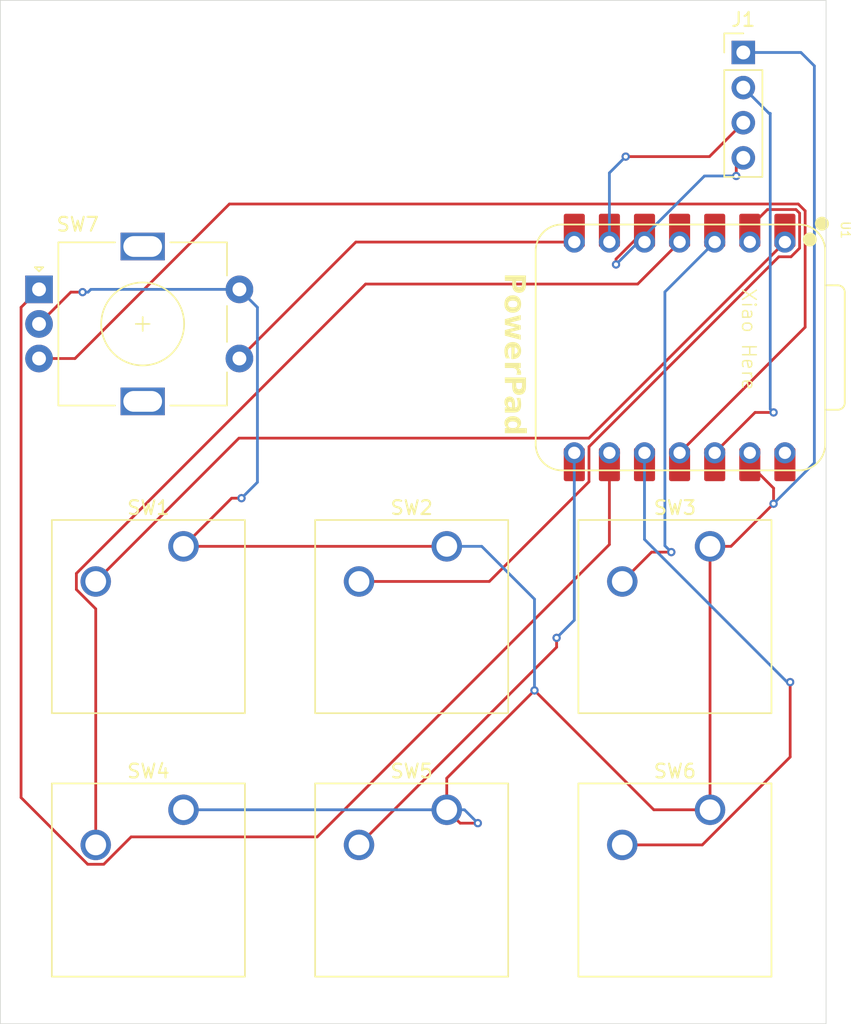
<source format=kicad_pcb>
(kicad_pcb (version 20241229) (generator "pcbnew") (generator_version "9.0")
  (layers (0 "F.Cu" signal) (2 "B.Cu" signal) (13 "F.Paste" user) (15 "B.Paste" user) (5 "F.SilkS" user "F.Silkscreen") (7 "B.SilkS" user "B.Silkscreen") (1 "F.Mask" user) (3 "B.Mask" user) (25 "Edge.Cuts" user))
  (net 0 "")
  (net 1 "GND")
  (net 2 "Net-(J1-Pin_2)")
  (net 3 "Net-(U1-GPIO2{slash}SCK)")
  (net 4 "Net-(J1-Pin_3)")
  (net 5 "Net-(U1-GPIO3{slash}MOSI)")
  (net 6 "/OLED_SDA")
  (net 7 "/SW_1")
  (net 8 "/SW_2")
  (net 9 "/SW_3")
  (net 10 "/SW_4")
  (net 11 "/SW_5")
  (net 12 "/SW_6")
  (net 13 "/RES_1")
  (footprint "Button_Switch_Keyboard:SW_Cherry_MX_1.00u_PCB" (layer "F.Cu") (at 102.5525 133.0325)
    (property "Reference" "SW5" (at -2.54 -2.794 0) (layer "F.SilkS"))
    (property "Value" "SW_Push")
    (fp_line (start -9.525 -1.905) (end 4.445 -1.905) (stroke (width 0.12)) (layer "F.SilkS"))
    (fp_line (start -9.525 12.065) (end -9.525 -1.905) (stroke (width 0.12)) (layer "F.SilkS"))
    (fp_line (start 4.445 -1.905) (end 4.445 12.065) (stroke (width 0.12)) (layer "F.SilkS"))
    (fp_line (start 4.445 12.065) (end -9.525 12.065) (stroke (width 0.12)) (layer "F.SilkS"))
    (pad "" np_thru_hole circle (at -7.62 5.08) (size 1.7 1.7) (drill 1.7) (layers "*.Cu" "*.Mask"))
    (pad "" np_thru_hole circle (at -2.54 5.08) (size 4 4) (drill 4) (layers "*.Cu" "*.Mask"))
    (pad "" np_thru_hole circle (at 2.54 5.08) (size 1.7 1.7) (drill 1.7) (layers "*.Cu" "*.Mask"))
    (pad "1" thru_hole circle (at 0 0) (size 2.2 2.2) (drill 1.5) (layers "*.Cu" "*.Mask") (net 1 "GND"))
    (pad "2" thru_hole circle (at -6.35 2.54) (size 2.2 2.2) (drill 1.5) (layers "*.Cu" "*.Mask") (net 11 "/SW_5"))
  )
  (footprint "Connector_PinHeader_2.54mm:PinHeader_1x04_P2.54mm_Vertical" (layer "F.Cu") (at 124.01 78.27)
    (property "Reference" "J1" (at 0 -2.38 0) (layer "F.SilkS"))
    (property "Value" "Conn_01x04_Pin")
    (fp_line (start -1.38 -1.38) (end 0 -1.38) (stroke (width 0.12)) (layer "F.SilkS"))
    (fp_line (start -1.38 0) (end -1.38 -1.38) (stroke (width 0.12)) (layer "F.SilkS"))
    (fp_line (start -1.38 1.27) (end -1.38 9) (stroke (width 0.12)) (layer "F.SilkS"))
    (fp_line (start -1.38 1.27) (end 1.38 1.27) (stroke (width 0.12)) (layer "F.SilkS"))
    (fp_line (start -1.38 9) (end 1.38 9) (stroke (width 0.12)) (layer "F.SilkS"))
    (fp_line (start 1.38 1.27) (end 1.38 9) (stroke (width 0.12)) (layer "F.SilkS"))
    (pad "1" thru_hole rect (at 0 0) (size 1.7 1.7) (drill 1) (layers "*.Cu" "*.Mask") (net 1 "GND"))
    (pad "2" thru_hole circle (at 0 2.54) (size 1.7 1.7) (drill 1) (layers "*.Cu" "*.Mask") (net 2 "Net-(J1-Pin_2)"))
    (pad "3" thru_hole circle (at 0 5.08) (size 1.7 1.7) (drill 1) (layers "*.Cu" "*.Mask") (net 4 "Net-(J1-Pin_3)"))
    (pad "4" thru_hole circle (at 0 7.62) (size 1.7 1.7) (drill 1) (layers "*.Cu" "*.Mask") (net 6 "/OLED_SDA"))
  )
  (footprint "Rotary_Encoder:RotaryEncoder_Alps_EC11E-Switch_Vertical_H20mm" (layer "F.Cu") (at 73.05 95.4)
    (property "Reference" "SW7" (at 2.8 -4.7 0) (layer "F.SilkS"))
    (property "Value" "RotaryEncoder_Switch")
    (fp_line (start -0.3 -1.6) (end 0.3 -1.6) (stroke (width 0.12)) (layer "F.SilkS"))
    (fp_line (start 0 -1.3) (end -0.3 -1.6) (stroke (width 0.12)) (layer "F.SilkS"))
    (fp_line (start 0.3 -1.6) (end 0 -1.3) (stroke (width 0.12)) (layer "F.SilkS"))
    (fp_line (start 1.4 -3.4) (end 1.4 8.4) (stroke (width 0.12)) (layer "F.SilkS"))
    (fp_line (start 5.5 -3.4) (end 1.4 -3.4) (stroke (width 0.12)) (layer "F.SilkS"))
    (fp_line (start 5.5 8.4) (end 1.4 8.4) (stroke (width 0.12)) (layer "F.SilkS"))
    (fp_line (start 7 2.5) (end 8 2.5) (stroke (width 0.12)) (layer "F.SilkS"))
    (fp_line (start 7.5 2) (end 7.5 3) (stroke (width 0.12)) (layer "F.SilkS"))
    (fp_line (start 9.5 -3.4) (end 13.6 -3.4) (stroke (width 0.12)) (layer "F.SilkS"))
    (fp_line (start 13.6 -3.4) (end 13.6 -1) (stroke (width 0.12)) (layer "F.SilkS"))
    (fp_line (start 13.6 1.2) (end 13.6 3.8) (stroke (width 0.12)) (layer "F.SilkS"))
    (fp_line (start 13.6 6) (end 13.6 8.4) (stroke (width 0.12)) (layer "F.SilkS"))
    (fp_line (start 13.6 8.4) (end 9.5 8.4) (stroke (width 0.12)) (layer "F.SilkS"))
    (fp_circle (center 7.5 2.5) (end 10.5 2.5) (stroke (width 0.12)) (fill no) (layer "F.SilkS"))
    (pad "A" thru_hole rect (at 0 0) (size 2 2) (drill 1) (layers "*.Cu" "*.Mask") (net 3 "Net-(U1-GPIO2{slash}SCK)"))
    (pad "B" thru_hole circle (at 0 5) (size 2 2) (drill 1) (layers "*.Cu" "*.Mask") (net 5 "Net-(U1-GPIO3{slash}MOSI)"))
    (pad "C" thru_hole circle (at 0 2.5) (size 2 2) (drill 1) (layers "*.Cu" "*.Mask") (net 1 "GND"))
    (pad "MP" thru_hole rect (at 7.5 -3.1) (size 3.2 2) (drill oval 2.8 1.5) (layers "*.Cu" "*.Mask"))
    (pad "MP" thru_hole rect (at 7.5 8.1) (size 3.2 2) (drill oval 2.8 1.5) (layers "*.Cu" "*.Mask"))
    (pad "S1" thru_hole circle (at 14.5 5) (size 2 2) (drill 1) (layers "*.Cu" "*.Mask") (net 13 "/RES_1"))
    (pad "S2" thru_hole circle (at 14.5 0) (size 2 2) (drill 1) (layers "*.Cu" "*.Mask") (net 1 "GND"))
  )
  (footprint "Button_Switch_Keyboard:SW_Cherry_MX_1.00u_PCB" (layer "F.Cu") (at 121.6025 113.9825)
    (property "Reference" "SW3" (at -2.54 -2.794 0) (layer "F.SilkS"))
    (property "Value" "SW_Push")
    (fp_line (start -9.525 -1.905) (end 4.445 -1.905) (stroke (width 0.12)) (layer "F.SilkS"))
    (fp_line (start -9.525 12.065) (end -9.525 -1.905) (stroke (width 0.12)) (layer "F.SilkS"))
    (fp_line (start 4.445 -1.905) (end 4.445 12.065) (stroke (width 0.12)) (layer "F.SilkS"))
    (fp_line (start 4.445 12.065) (end -9.525 12.065) (stroke (width 0.12)) (layer "F.SilkS"))
    (pad "" np_thru_hole circle (at -7.62 5.08) (size 1.7 1.7) (drill 1.7) (layers "*.Cu" "*.Mask"))
    (pad "" np_thru_hole circle (at -2.54 5.08) (size 4 4) (drill 4) (layers "*.Cu" "*.Mask"))
    (pad "" np_thru_hole circle (at 2.54 5.08) (size 1.7 1.7) (drill 1.7) (layers "*.Cu" "*.Mask"))
    (pad "1" thru_hole circle (at 0 0) (size 2.2 2.2) (drill 1.5) (layers "*.Cu" "*.Mask") (net 1 "GND"))
    (pad "2" thru_hole circle (at -6.35 2.54) (size 2.2 2.2) (drill 1.5) (layers "*.Cu" "*.Mask") (net 9 "/SW_3"))
  )
  (footprint "Button_Switch_Keyboard:SW_Cherry_MX_1.00u_PCB" (layer "F.Cu") (at 121.6025 133.0325)
    (property "Reference" "SW6" (at -2.54 -2.794 0) (layer "F.SilkS"))
    (property "Value" "SW_Push")
    (fp_line (start -9.525 -1.905) (end 4.445 -1.905) (stroke (width 0.12)) (layer "F.SilkS"))
    (fp_line (start -9.525 12.065) (end -9.525 -1.905) (stroke (width 0.12)) (layer "F.SilkS"))
    (fp_line (start 4.445 -1.905) (end 4.445 12.065) (stroke (width 0.12)) (layer "F.SilkS"))
    (fp_line (start 4.445 12.065) (end -9.525 12.065) (stroke (width 0.12)) (layer "F.SilkS"))
    (pad "" np_thru_hole circle (at -7.62 5.08) (size 1.7 1.7) (drill 1.7) (layers "*.Cu" "*.Mask"))
    (pad "" np_thru_hole circle (at -2.54 5.08) (size 4 4) (drill 4) (layers "*.Cu" "*.Mask"))
    (pad "" np_thru_hole circle (at 2.54 5.08) (size 1.7 1.7) (drill 1.7) (layers "*.Cu" "*.Mask"))
    (pad "1" thru_hole circle (at 0 0) (size 2.2 2.2) (drill 1.5) (layers "*.Cu" "*.Mask") (net 1 "GND"))
    (pad "2" thru_hole circle (at -6.35 2.54) (size 2.2 2.2) (drill 1.5) (layers "*.Cu" "*.Mask") (net 12 "/SW_6"))
  )
  (footprint "Button_Switch_Keyboard:SW_Cherry_MX_1.00u_PCB" (layer "F.Cu") (at 102.5525 113.9825)
    (property "Reference" "SW2" (at -2.54 -2.794 0) (layer "F.SilkS"))
    (property "Value" "SW_Push")
    (fp_line (start -9.525 -1.905) (end 4.445 -1.905) (stroke (width 0.12)) (layer "F.SilkS"))
    (fp_line (start -9.525 12.065) (end -9.525 -1.905) (stroke (width 0.12)) (layer "F.SilkS"))
    (fp_line (start 4.445 -1.905) (end 4.445 12.065) (stroke (width 0.12)) (layer "F.SilkS"))
    (fp_line (start 4.445 12.065) (end -9.525 12.065) (stroke (width 0.12)) (layer "F.SilkS"))
    (pad "" np_thru_hole circle (at -7.62 5.08) (size 1.7 1.7) (drill 1.7) (layers "*.Cu" "*.Mask"))
    (pad "" np_thru_hole circle (at -2.54 5.08) (size 4 4) (drill 4) (layers "*.Cu" "*.Mask"))
    (pad "" np_thru_hole circle (at 2.54 5.08) (size 1.7 1.7) (drill 1.7) (layers "*.Cu" "*.Mask"))
    (pad "1" thru_hole circle (at 0 0) (size 2.2 2.2) (drill 1.5) (layers "*.Cu" "*.Mask") (net 1 "GND"))
    (pad "2" thru_hole circle (at -6.35 2.54) (size 2.2 2.2) (drill 1.5) (layers "*.Cu" "*.Mask") (net 8 "/SW_2"))
  )
  (footprint "OPL Lib:XIAO-RP2040-DIP" (layer "F.Cu") (at 119.4 99.6 -90)
    (property "Reference" "U1" (at -8.5 -12 270) (layer "F.SilkS") (effects (font (size 0.635 0.635) (thickness 0.1016))))
    (property "Value" "XIAO-RP2040-DIP")
    (fp_line (start -6.985 10.414) (end 6.985 10.414) (stroke (width 0.127)) (layer "F.SilkS"))
    (fp_line (start -8.89 8.509) (end -8.89 -8.636) (stroke (width 0.127)) (layer "F.SilkS"))
    (fp_line (start 8.89 8.509) (end 8.89 -8.636) (stroke (width 0.127)) (layer "F.SilkS"))
    (fp_line (start -4.495 -10.541) (end -4.491272 -11.451272) (stroke (width 0.127)) (layer "F.SilkS"))
    (fp_line (start 6.985 -10.541) (end -6.985 -10.541) (stroke (width 0.1)) (layer "F.SilkS"))
    (fp_line (start 6.985 -10.541) (end -6.985 -10.541) (stroke (width 0.127)) (layer "F.SilkS"))
    (fp_line (start 4.504 -11.451) (end 4.504 -10.541) (stroke (width 0.127)) (layer "F.SilkS"))
    (fp_line (start -3.991272 -11.951) (end 4.004 -11.951) (stroke (width 0.127)) (layer "F.SilkS"))
    (fp_arc (start -6.985 10.414) (mid -8.332038 9.856038) (end -8.89 8.509) (stroke (width 0.127)) (layer "F.SilkS"))
    (fp_arc (start 8.89 8.509) (mid 8.332038 9.856038) (end 6.985 10.414) (stroke (width 0.127)) (layer "F.SilkS"))
    (fp_arc (start -8.89 -8.636) (mid -8.332038 -9.983038) (end -6.985 -10.541) (stroke (width 0.127)) (layer "F.SilkS"))
    (fp_arc (start 6.985 -10.541) (mid 8.332038 -9.983038) (end 8.89 -8.636) (stroke (width 0.127)) (layer "F.SilkS"))
    (fp_arc (start -4.491272 -11.451272) (mid -4.344728 -11.80464) (end -3.991272 -11.951) (stroke (width 0.127)) (layer "F.SilkS"))
    (fp_arc (start 4.004 -11.951) (mid 4.357553 -11.804553) (end 4.504 -11.451) (stroke (width 0.127)) (layer "F.SilkS"))
    (fp_circle (center -7.807 -9.42) (end -7.807 -9.674) (stroke (width 0.5)) (fill yes) (layer "F.SilkS"))
    (fp_circle (center -8.95 -10.3) (end -8.95 -10.554) (stroke (width 0.5)) (fill yes) (layer "F.SilkS"))
    (pad "1" smd roundrect (at -8.455 -7.62 90) (size 2.432 1.524) (layers "F.Cu" "F.Mask") (roundrect_rratio 0.1) (net 7 "/SW_1"))
    (pad "1" thru_hole circle (at -7.62 -7.62 90) (size 1.524 1.524) (drill 0.889) (layers "*.Cu" "*.Mask") (net 7 "/SW_1"))
    (pad "2" smd roundrect (at -8.455 -5.08 90) (size 2.432 1.524) (layers "F.Cu" "F.Mask") (roundrect_rratio 0.1) (net 8 "/SW_2"))
    (pad "2" thru_hole circle (at -7.62 -5.08 90) (size 1.524 1.524) (drill 0.889) (layers "*.Cu" "*.Mask") (net 8 "/SW_2"))
    (pad "3" smd roundrect (at -8.455 -2.54 90) (size 2.432 1.524) (layers "F.Cu" "F.Mask") (roundrect_rratio 0.1) (net 9 "/SW_3"))
    (pad "3" thru_hole circle (at -7.62 -2.54 90) (size 1.524 1.524) (drill 0.889) (layers "*.Cu" "*.Mask") (net 9 "/SW_3"))
    (pad "4" smd roundrect (at -8.455 0 90) (size 2.432 1.524) (layers "F.Cu" "F.Mask") (roundrect_rratio 0.1) (net 10 "/SW_4"))
    (pad "4" thru_hole circle (at -7.62 0 90) (size 1.524 1.524) (drill 0.889) (layers "*.Cu" "*.Mask") (net 10 "/SW_4"))
    (pad "5" smd roundrect (at -8.455 2.54 90) (size 2.432 1.524) (layers "F.Cu" "F.Mask") (roundrect_rratio 0.1) (net 6 "/OLED_SDA"))
    (pad "5" thru_hole circle (at -7.62 2.54 90) (size 1.524 1.524) (drill 0.889) (layers "*.Cu" "*.Mask") (net 6 "/OLED_SDA"))
    (pad "6" smd roundrect (at -8.455 5.08 90) (size 2.432 1.524) (layers "F.Cu" "F.Mask") (roundrect_rratio 0.1) (net 4 "Net-(J1-Pin_3)"))
    (pad "6" thru_hole circle (at -7.62 5.08 90) (size 1.524 1.524) (drill 0.889) (layers "*.Cu" "*.Mask") (net 4 "Net-(J1-Pin_3)"))
    (pad "7" smd roundrect (at -8.455 7.62 90) (size 2.432 1.524) (layers "F.Cu" "F.Mask") (roundrect_rratio 0.1) (net 13 "/RES_1"))
    (pad "7" thru_hole circle (at -7.62 7.62 90) (size 1.524 1.524) (drill 0.889) (layers "*.Cu" "*.Mask") (net 13 "/RES_1"))
    (pad "8" thru_hole circle (at 7.62 7.62 270) (size 1.524 1.524) (drill 0.889) (layers "*.Cu" "*.Mask") (net 11 "/SW_5"))
    (pad "8" smd roundrect (at 8.455 7.62 270) (size 2.432 1.524) (layers "F.Cu" "F.Mask") (roundrect_rratio 0.1) (net 11 "/SW_5"))
    (pad "9" thru_hole circle (at 7.62 5.08 270) (size 1.524 1.524) (drill 0.889) (layers "*.Cu" "*.Mask") (net 3 "Net-(U1-GPIO2{slash}SCK)"))
    (pad "9" smd roundrect (at 8.455 5.08 270) (size 2.432 1.524) (layers "F.Cu" "F.Mask") (roundrect_rratio 0.1) (net 3 "Net-(U1-GPIO2{slash}SCK)"))
    (pad "10" thru_hole circle (at 7.62 2.54 270) (size 1.524 1.524) (drill 0.889) (layers "*.Cu" "*.Mask") (net 12 "/SW_6"))
    (pad "10" smd roundrect (at 8.455 2.54 270) (size 2.432 1.524) (layers "F.Cu" "F.Mask") (roundrect_rratio 0.1) (net 12 "/SW_6"))
    (pad "11" thru_hole circle (at 7.62 0 270) (size 1.524 1.524) (drill 0.889) (layers "*.Cu" "*.Mask") (net 5 "Net-(U1-GPIO3{slash}MOSI)"))
    (pad "11" smd roundrect (at 8.455 0 270) (size 2.432 1.524) (layers "F.Cu" "F.Mask") (roundrect_rratio 0.1) (net 5 "Net-(U1-GPIO3{slash}MOSI)"))
    (pad "12" thru_hole circle (at 7.62 -2.54 270) (size 1.524 1.524) (drill 0.889) (layers "*.Cu" "*.Mask") (net 2 "Net-(J1-Pin_2)"))
    (pad "12" smd roundrect (at 8.455 -2.54 270) (size 2.432 1.524) (layers "F.Cu" "F.Mask") (roundrect_rratio 0.1) (net 2 "Net-(J1-Pin_2)"))
    (pad "13" thru_hole circle (at 7.62 -5.08 270) (size 1.524 1.524) (drill 0.889) (layers "*.Cu" "*.Mask") (net 1 "GND"))
    (pad "13" smd roundrect (at 8.455 -5.08 270) (size 2.432 1.524) (layers "F.Cu" "F.Mask") (roundrect_rratio 0.1) (net 1 "GND"))
    (pad "14" thru_hole circle (at 7.62 -7.62 270) (size 1.524 1.524) (drill 0.889) (layers "*.Cu" "*.Mask"))
    (pad "14" smd roundrect (at 8.455 -7.62 270) (size 2.432 1.524) (layers "F.Cu" "F.Mask") (roundrect_rratio 0.1))
  )
  (footprint "Button_Switch_Keyboard:SW_Cherry_MX_1.00u_PCB" (layer "F.Cu") (at 83.5025 113.9825)
    (property "Reference" "SW1" (at -2.54 -2.794 0) (layer "F.SilkS"))
    (property "Value" "SW_Push")
    (fp_line (start -9.525 -1.905) (end 4.445 -1.905) (stroke (width 0.12)) (layer "F.SilkS"))
    (fp_line (start -9.525 12.065) (end -9.525 -1.905) (stroke (width 0.12)) (layer "F.SilkS"))
    (fp_line (start 4.445 -1.905) (end 4.445 12.065) (stroke (width 0.12)) (layer "F.SilkS"))
    (fp_line (start 4.445 12.065) (end -9.525 12.065) (stroke (width 0.12)) (layer "F.SilkS"))
    (pad "" np_thru_hole circle (at -7.62 5.08) (size 1.7 1.7) (drill 1.7) (layers "*.Cu" "*.Mask"))
    (pad "" np_thru_hole circle (at -2.54 5.08) (size 4 4) (drill 4) (layers "*.Cu" "*.Mask"))
    (pad "" np_thru_hole circle (at 2.54 5.08) (size 1.7 1.7) (drill 1.7) (layers "*.Cu" "*.Mask"))
    (pad "1" thru_hole circle (at 0 0) (size 2.2 2.2) (drill 1.5) (layers "*.Cu" "*.Mask") (net 1 "GND"))
    (pad "2" thru_hole circle (at -6.35 2.54) (size 2.2 2.2) (drill 1.5) (layers "*.Cu" "*.Mask") (net 7 "/SW_1"))
  )
  (footprint "Button_Switch_Keyboard:SW_Cherry_MX_1.00u_PCB" (layer "F.Cu") (at 83.5025 133.0325)
    (property "Reference" "SW4" (at -2.54 -2.794 0) (layer "F.SilkS"))
    (property "Value" "SW_Push")
    (fp_line (start -9.525 -1.905) (end 4.445 -1.905) (stroke (width 0.12)) (layer "F.SilkS"))
    (fp_line (start -9.525 12.065) (end -9.525 -1.905) (stroke (width 0.12)) (layer "F.SilkS"))
    (fp_line (start 4.445 -1.905) (end 4.445 12.065) (stroke (width 0.12)) (layer "F.SilkS"))
    (fp_line (start 4.445 12.065) (end -9.525 12.065) (stroke (width 0.12)) (layer "F.SilkS"))
    (pad "" np_thru_hole circle (at -7.62 5.08) (size 1.7 1.7) (drill 1.7) (layers "*.Cu" "*.Mask"))
    (pad "" np_thru_hole circle (at -2.54 5.08) (size 4 4) (drill 4) (layers "*.Cu" "*.Mask"))
    (pad "" np_thru_hole circle (at 2.54 5.08) (size 1.7 1.7) (drill 1.7) (layers "*.Cu" "*.Mask"))
    (pad "1" thru_hole circle (at 0 0) (size 2.2 2.2) (drill 1.5) (layers "*.Cu" "*.Mask") (net 1 "GND"))
    (pad "2" thru_hole circle (at -6.35 2.54) (size 2.2 2.2) (drill 1.5) (layers "*.Cu" "*.Mask") (net 10 "/SW_4"))
  )
  (gr_rect (start 70.25 74.5) (end 130 148.5) (stroke (width 0.05)) (fill no) (layer "Edge.Cuts"))
  (gr_text "Xiao Here" (at 123.825 95.25 270) (layer "F.SilkS") (effects (font (size 1 1) (thickness 0.1)) (justify left bottom)))
  (gr_text "PowerPad" (at 106.5 94.2 270) (layer "F.SilkS") (effects (font (size 1.5 1.5) (thickness 0.1)) (justify left bottom)))
  (segment (start 126.2 109.775) (end 124.48 108.055) (width 0.2) (layer "F.Cu") (net 1))
  (segment (start 123.1175 113.9825) (end 126.2 110.9) (width 0.2) (layer "F.Cu") (net 1))
  (segment (start 117.5325 133.0325) (end 108.9 124.4) (width 0.2) (layer "F.Cu") (net 1))
  (segment (start 102.5525 133.0325) (end 103.52 134) (width 0.2) (layer "F.Cu") (net 1))
  (segment (start 121.6025 113.9825) (end 123.1175 113.9825) (width 0.2) (layer "F.Cu") (net 1))
  (segment (start 83.5025 113.9825) (end 86.985 110.5) (width 0.2) (layer "F.Cu") (net 1))
  (segment (start 121.6025 133.0325) (end 117.5325 133.0325) (width 0.2) (layer "F.Cu") (net 1))
  (segment (start 73.05 97.9) (end 75.35 95.6) (width 0.2) (layer "F.Cu") (net 1))
  (segment (start 75.35 95.6) (end 76.2 95.6) (width 0.2) (layer "F.Cu") (net 1))
  (segment (start 102.5525 133.0325) (end 102.5525 130.7475) (width 0.2) (layer "F.Cu") (net 1))
  (segment (start 102.5525 130.7475) (end 108.9 124.4) (width 0.2) (layer "F.Cu") (net 1))
  (segment (start 126.2 110.9) (end 126.2 109.775) (width 0.2) (layer "F.Cu") (net 1))
  (segment (start 103.52 134) (end 104.8 134) (width 0.2) (layer "F.Cu") (net 1))
  (segment (start 83.5025 113.9825) (end 102.5525 113.9825) (width 0.2) (layer "F.Cu") (net 1))
  (segment (start 86.985 110.5) (end 87.7 110.5) (width 0.2) (layer "F.Cu") (net 1))
  (segment (start 121.6025 133.0325) (end 121.6025 113.9825) (width 0.2) (layer "F.Cu") (net 1))
  (via (at 76.2 95.6) (size 0.6) (drill 0.3) (layers "F.Cu" "B.Cu") (net 1))
  (via (at 108.9 124.4) (size 0.6) (drill 0.3) (layers "F.Cu" "B.Cu") (net 1))
  (via (at 126.2 110.9) (size 0.6) (drill 0.3) (layers "F.Cu" "B.Cu") (net 1))
  (via (at 104.8 134) (size 0.6) (drill 0.3) (layers "F.Cu" "B.Cu") (net 1))
  (via (at 87.7 110.5) (size 0.6) (drill 0.3) (layers "F.Cu" "B.Cu") (net 1))
  (segment (start 104.8 134) (end 103.8325 133.0325) (width 0.2) (layer "B.Cu") (net 1))
  (segment (start 76.8 95.4) (end 87.55 95.4) (width 0.2) (layer "B.Cu") (net 1))
  (segment (start 88.851 109.349) (end 88.851 96.701) (width 0.2) (layer "B.Cu") (net 1))
  (segment (start 103.8325 133.0325) (end 83.5025 133.0325) (width 0.2) (layer "B.Cu") (net 1))
  (segment (start 105.0825 113.9825) (end 102.5525 113.9825) (width 0.2) (layer "B.Cu") (net 1))
  (segment (start 129.151 79.241) (end 128.18 78.27) (width 0.2) (layer "B.Cu") (net 1))
  (segment (start 76.6 95.6) (end 76.8 95.4) (width 0.2) (layer "B.Cu") (net 1))
  (segment (start 108.9 117.8) (end 105.0825 113.9825) (width 0.2) (layer "B.Cu") (net 1))
  (segment (start 76.2 95.6) (end 76.6 95.6) (width 0.2) (layer "B.Cu") (net 1))
  (segment (start 108.9 124.4) (end 108.9 117.8) (width 0.2) (layer "B.Cu") (net 1))
  (segment (start 87.7 110.5) (end 88.851 109.349) (width 0.2) (layer "B.Cu") (net 1))
  (segment (start 129.151 107.949) (end 129.151 79.241) (width 0.2) (layer "B.Cu") (net 1))
  (segment (start 126.2 110.9) (end 129.151 107.949) (width 0.2) (layer "B.Cu") (net 1))
  (segment (start 128.18 78.27) (end 124.01 78.27) (width 0.2) (layer "B.Cu") (net 1))
  (segment (start 88.851 96.701) (end 87.55 95.4) (width 0.2) (layer "B.Cu") (net 1))
  (segment (start 121.94 107.22) (end 124.86 104.3) (width 0.2) (layer "F.Cu") (net 2))
  (segment (start 124.86 104.3) (end 126.2 104.3) (width 0.2) (layer "F.Cu") (net 2))
  (via (at 126.2 104.3) (size 0.6) (drill 0.3) (layers "F.Cu" "B.Cu") (net 2))
  (segment (start 125.957 82.673) (end 125.873 82.673) (width 0.2) (layer "B.Cu") (net 2))
  (segment (start 125.957 104.057) (end 125.957 82.673) (width 0.2) (layer "B.Cu") (net 2))
  (segment (start 125.873 82.673) (end 124.01 80.81) (width 0.2) (layer "B.Cu") (net 2))
  (segment (start 126.2 104.3) (end 125.957 104.057) (width 0.2) (layer "B.Cu") (net 2))
  (segment (start 114.32 113.850374) (end 93.178188 134.992186) (width 0.2) (layer "F.Cu") (net 3))
  (segment (start 79.714128 134.992186) (end 77.732814 136.9735) (width 0.2) (layer "F.Cu") (net 3))
  (segment (start 71.749 96.701) (end 73.05 95.4) (width 0.2) (layer "F.Cu") (net 3))
  (segment (start 76.572186 136.9735) (end 71.749 132.150314) (width 0.2) (layer "F.Cu") (net 3))
  (segment (start 114.32 107.22) (end 114.32 113.850374) (width 0.2) (layer "F.Cu") (net 3))
  (segment (start 71.749 132.150314) (end 71.749 96.701) (width 0.2) (layer "F.Cu") (net 3))
  (segment (start 93.178188 134.992186) (end 79.714128 134.992186) (width 0.2) (layer "F.Cu") (net 3))
  (segment (start 77.732814 136.9735) (end 76.572186 136.9735) (width 0.2) (layer "F.Cu") (net 3))
  (segment (start 115.5 85.8) (end 121.56 85.8) (width 0.2) (layer "F.Cu") (net 4))
  (segment (start 121.56 85.8) (end 124.01 83.35) (width 0.2) (layer "F.Cu") (net 4))
  (via (at 115.5 85.8) (size 0.6) (drill 0.3) (layers "F.Cu" "B.Cu") (net 4))
  (segment (start 114.32 86.98) (end 114.32 91.98) (width 0.2) (layer "B.Cu") (net 4))
  (segment (start 115.5 85.8) (end 114.32 86.98) (width 0.2) (layer "B.Cu") (net 4))
  (segment (start 119.4 107.22) (end 128.484 98.136) (width 0.2) (layer "F.Cu") (net 5))
  (segment (start 128.484 89.723274) (end 127.987726 89.227) (width 0.2) (layer "F.Cu") (net 5))
  (segment (start 127.987726 89.227) (end 86.825 89.227) (width 0.2) (layer "F.Cu") (net 5))
  (segment (start 86.825 89.227) (end 75.652 100.4) (width 0.2) (layer "F.Cu") (net 5))
  (segment (start 128.484 98.136) (end 128.484 89.723274) (width 0.2) (layer "F.Cu") (net 5))
  (segment (start 75.652 100.4) (end 73.05 100.4) (width 0.2) (layer "F.Cu") (net 5))
  (segment (start 123.5 86.4) (end 123.699 86.201) (width 0.2) (layer "F.Cu") (net 6))
  (segment (start 123.5 87.2) (end 123.5 86.4) (width 0.2) (layer "F.Cu") (net 6))
  (segment (start 123.699 86.201) (end 124.01 86.201) (width 0.2) (layer "F.Cu") (net 6))
  (segment (start 114.8 93.205) (end 114.8 93.6) (width 0.2) (layer "F.Cu") (net 6))
  (segment (start 116.86 91.145) (end 114.8 93.205) (width 0.2) (layer "F.Cu") (net 6))
  (via (at 123.5 87.2) (size 0.6) (drill 0.3) (layers "F.Cu" "B.Cu") (net 6))
  (via (at 114.8 93.6) (size 0.6) (drill 0.3) (layers "F.Cu" "B.Cu") (net 6))
  (segment (start 121.2 87.2) (end 123.5 87.2) (width 0.2) (layer "B.Cu") (net 6))
  (segment (start 114.8 93.6) (end 121.2 87.2) (width 0.2) (layer "B.Cu") (net 6))
  (segment (start 127.02 91.98) (end 112.843 106.157) (width 0.2) (layer "F.Cu") (net 7))
  (segment (start 112.843 106.157) (end 87.518 106.157) (width 0.2) (layer "F.Cu") (net 7))
  (segment (start 87.518 106.157) (end 77.1525 116.5225) (width 0.2) (layer "F.Cu") (net 7))
  (segment (start 126.57969 93.043) (end 112.843 106.77969) (width 0.2) (layer "F.Cu") (net 8))
  (segment (start 112.843 106.77969) (end 112.843 109.310626) (width 0.2) (layer "F.Cu") (net 8))
  (segment (start 127.46031 93.043) (end 126.57969 93.043) (width 0.2) (layer "F.Cu") (net 8))
  (segment (start 105.631126 116.5225) (end 96.2025 116.5225) (width 0.2) (layer "F.Cu") (net 8))
  (segment (start 128.083 92.42031) (end 127.46031 93.043) (width 0.2) (layer "F.Cu") (net 8))
  (segment (start 127.821626 89.628) (end 128.083 89.889374) (width 0.2) (layer "F.Cu") (net 8))
  (segment (start 112.843 109.310626) (end 105.631126 116.5225) (width 0.2) (layer "F.Cu") (net 8))
  (segment (start 124.48 90.90237) (end 125.75437 89.628) (width 0.2) (layer "F.Cu") (net 8))
  (segment (start 124.48 91.98) (end 124.48 90.90237) (width 0.2) (layer "F.Cu") (net 8))
  (segment (start 128.083 89.889374) (end 128.083 92.42031) (width 0.2) (layer "F.Cu") (net 8))
  (segment (start 125.75437 89.628) (end 127.821626 89.628) (width 0.2) (layer "F.Cu") (net 8))
  (segment (start 115.2525 116.5225) (end 117.375 114.4) (width 0.2) (layer "F.Cu") (net 9))
  (segment (start 117.375 114.4) (end 118.8 114.4) (width 0.2) (layer "F.Cu") (net 9))
  (via (at 118.8 114.4) (size 0.6) (drill 0.3) (layers "F.Cu" "B.Cu") (net 9))
  (segment (start 118.8 114.4) (end 118.337 113.937) (width 0.2) (layer "B.Cu") (net 9))
  (segment (start 118.337 95.583) (end 121.94 91.98) (width 0.2) (layer "B.Cu") (net 9))
  (segment (start 118.337 113.937) (end 118.337 95.583) (width 0.2) (layer "B.Cu") (net 9))
  (segment (start 77.1525 118.503814) (end 77.1525 135.5725) (width 0.2) (layer "F.Cu") (net 10))
  (segment (start 119.4 91.98) (end 116.3641 95.0159) (width 0.2) (layer "F.Cu") (net 10))
  (segment (start 75.7515 117.102814) (end 77.1525 118.503814) (width 0.2) (layer "F.Cu") (net 10))
  (segment (start 96.677786 95.0159) (end 75.7515 115.942186) (width 0.2) (layer "F.Cu") (net 10))
  (segment (start 75.7515 115.942186) (end 75.7515 117.102814) (width 0.2) (layer "F.Cu") (net 10))
  (segment (start 116.3641 95.0159) (end 96.677786 95.0159) (width 0.2) (layer "F.Cu") (net 10))
  (segment (start 96.2025 135.5725) (end 110.5 121.275) (width 0.2) (layer "F.Cu") (net 11))
  (segment (start 110.5 121.275) (end 110.5 120.6) (width 0.2) (layer "F.Cu") (net 11))
  (via (at 110.5 120.6) (size 0.6) (drill 0.3) (layers "F.Cu" "B.Cu") (net 11))
  (segment (start 111.78 119.32) (end 111.78 107.22) (width 0.2) (layer "B.Cu") (net 11))
  (segment (start 110.5 120.6) (end 111.78 119.32) (width 0.2) (layer "B.Cu") (net 11))
  (segment (start 115.2525 135.5725) (end 121.043814 135.5725) (width 0.2) (layer "F.Cu") (net 12))
  (segment (start 121.043814 135.5725) (end 127.4 129.216314) (width 0.2) (layer "F.Cu") (net 12))
  (segment (start 127.4 129.216314) (end 127.4 123.8) (width 0.2) (layer "F.Cu") (net 12))
  (via (at 127.4 123.8) (size 0.6) (drill 0.3) (layers "F.Cu" "B.Cu") (net 12))
  (segment (start 116.86 113.47847) (end 116.86 107.22) (width 0.2) (layer "B.Cu") (net 12))
  (segment (start 127.4 123.8) (end 127.18153 123.8) (width 0.2) (layer "B.Cu") (net 12))
  (segment (start 127.18153 123.8) (end 116.86 113.47847) (width 0.2) (layer "B.Cu") (net 12))
  (segment (start 95.97 91.98) (end 111.78 91.98) (width 0.2) (layer "F.Cu") (net 13))
  (segment (start 87.55 100.4) (end 95.97 91.98) (width 0.2) (layer "F.Cu") (net 13))
)
</source>
